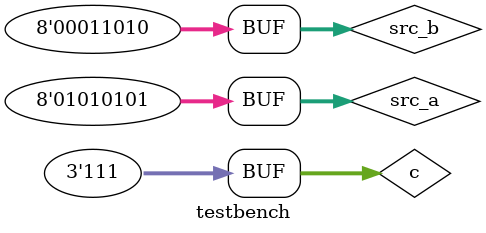
<source format=v>
`timescale 1 ns/1 ns

module testbench;
reg [7:0] src_a, src_b;
reg [2:0] c;
wire [7:0] data_out;

alu ALU_instance(.src_a(src_a), .src_b(src_b), .c(c), .data_out(data_out) );

initial
begin
  src_a = 8'h55;  // Time = 0
  src_b = 8'h1a;
  c	= 3'b000;
  #50;		  // Time = 50
  c	= 3'b001; 
  #50;		  // Time = 100 
  c	= 3'b010; 
  #50;		  // Time = 150 
  c	= 3'b011; 
  #50;		  // Time = 200 
  c	= 3'b100; 
  #50;		  // Time = 250 
  c	= 3'b101; 
  #50;		  // Time = 300 
  c	= 3'b110; 
  #50;		  // Time = 350
  c	= 3'b111; 
end
endmodule

</source>
